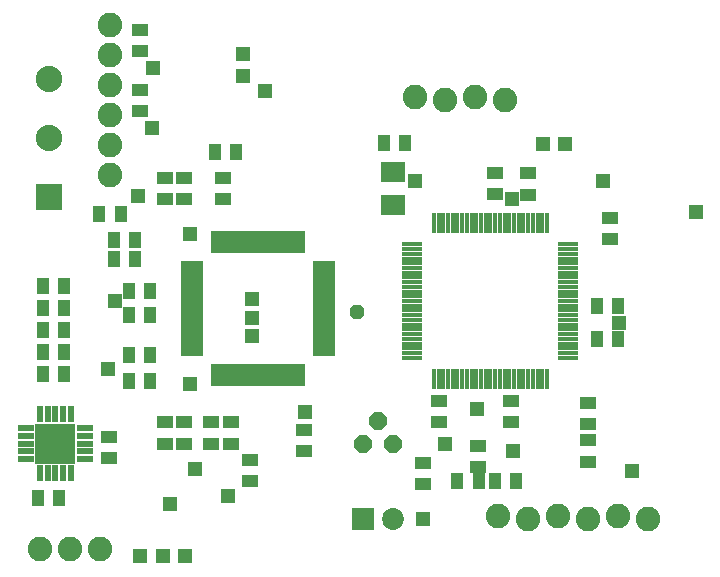
<source format=gts>
G75*
%MOIN*%
%OFA0B0*%
%FSLAX24Y24*%
%IPPOS*%
%LPD*%
%AMOC8*
5,1,8,0,0,1.08239X$1,22.5*
%
%ADD10R,0.0190X0.0740*%
%ADD11R,0.0740X0.0190*%
%ADD12R,0.0220X0.0572*%
%ADD13R,0.0572X0.0220*%
%ADD14R,0.1320X0.1320*%
%ADD15R,0.0395X0.0552*%
%ADD16R,0.0730X0.0730*%
%ADD17C,0.0730*%
%ADD18R,0.0552X0.0395*%
%ADD19C,0.0820*%
%ADD20OC8,0.0600*%
%ADD21R,0.0170X0.0660*%
%ADD22R,0.0660X0.0170*%
%ADD23R,0.0789X0.0710*%
%ADD24R,0.0880X0.0880*%
%ADD25C,0.0880*%
%ADD26R,0.0476X0.0476*%
%ADD27OC8,0.0476*%
D10*
X007290Y006950D03*
X007490Y006950D03*
X007690Y006950D03*
X007880Y006950D03*
X008080Y006950D03*
X008280Y006950D03*
X008470Y006950D03*
X008670Y006950D03*
X008870Y006950D03*
X009070Y006950D03*
X009260Y006950D03*
X009460Y006950D03*
X009660Y006950D03*
X009850Y006950D03*
X010050Y006950D03*
X010250Y006950D03*
X010250Y011370D03*
X010050Y011370D03*
X009850Y011370D03*
X009660Y011370D03*
X009460Y011370D03*
X009260Y011370D03*
X009070Y011370D03*
X008870Y011370D03*
X008670Y011370D03*
X008470Y011370D03*
X008280Y011370D03*
X008080Y011370D03*
X007880Y011370D03*
X007690Y011370D03*
X007490Y011370D03*
X007290Y011370D03*
D11*
X006560Y010640D03*
X006560Y010440D03*
X006560Y010240D03*
X006560Y010050D03*
X006560Y009850D03*
X006560Y009650D03*
X006560Y009460D03*
X006560Y009260D03*
X006560Y009060D03*
X006560Y008860D03*
X006560Y008670D03*
X006560Y008470D03*
X006560Y008270D03*
X006560Y008080D03*
X006560Y007880D03*
X006560Y007680D03*
X010980Y007680D03*
X010980Y007880D03*
X010980Y008080D03*
X010980Y008270D03*
X010980Y008470D03*
X010980Y008670D03*
X010980Y008860D03*
X010980Y009060D03*
X010980Y009260D03*
X010980Y009460D03*
X010980Y009650D03*
X010980Y009850D03*
X010980Y010050D03*
X010980Y010240D03*
X010980Y010440D03*
X010980Y010640D03*
D12*
X002530Y005651D03*
X002280Y005651D03*
X002020Y005651D03*
X001760Y005651D03*
X001510Y005651D03*
X001510Y003669D03*
X001760Y003669D03*
X002020Y003669D03*
X002280Y003669D03*
X002530Y003669D03*
D13*
X003011Y004150D03*
X003011Y004400D03*
X003011Y004660D03*
X003011Y004920D03*
X003011Y005170D03*
X001029Y005170D03*
X001029Y004920D03*
X001029Y004660D03*
X001029Y004400D03*
X001029Y004150D03*
D14*
X002020Y004660D03*
D15*
X002144Y002840D03*
X001436Y002840D03*
X004466Y006760D03*
X005174Y006760D03*
X005174Y007610D03*
X004466Y007610D03*
X004466Y008960D03*
X005174Y008960D03*
X005174Y009760D03*
X004466Y009760D03*
X004684Y010800D03*
X004684Y011440D03*
X003976Y011440D03*
X003976Y010800D03*
X004195Y012310D03*
X003486Y012310D03*
X002314Y009920D03*
X001606Y009920D03*
X001606Y009190D03*
X002314Y009190D03*
X002314Y008450D03*
X001606Y008450D03*
X001606Y007730D03*
X002314Y007730D03*
X002314Y006970D03*
X001606Y006970D03*
X007346Y014370D03*
X008054Y014370D03*
X012956Y014680D03*
X013664Y014680D03*
X020076Y009250D03*
X020784Y009250D03*
X020764Y008150D03*
X020056Y008150D03*
X017374Y003410D03*
X016666Y003410D03*
X016124Y003410D03*
X015416Y003410D03*
D16*
X012270Y002160D03*
D17*
X013270Y002160D03*
D18*
X014270Y003306D03*
X014270Y004014D03*
X014790Y005386D03*
X014790Y006094D03*
X016090Y004594D03*
X016090Y003886D03*
X017190Y005366D03*
X017190Y006074D03*
X019770Y006014D03*
X019770Y005306D03*
X019770Y004764D03*
X019770Y004056D03*
X020510Y011486D03*
X020510Y012194D03*
X017780Y012956D03*
X017780Y013664D03*
X016670Y013674D03*
X016670Y012966D03*
X007620Y012806D03*
X007620Y013514D03*
X006320Y013514D03*
X005670Y013514D03*
X005670Y012806D03*
X006320Y012806D03*
X004845Y015743D03*
X004845Y016451D03*
X004845Y017743D03*
X004845Y018451D03*
X005670Y005364D03*
X006320Y005364D03*
X007220Y005364D03*
X007860Y005364D03*
X007860Y004656D03*
X007220Y004656D03*
X006320Y004656D03*
X005670Y004656D03*
X003800Y004884D03*
X003800Y004176D03*
X008490Y004114D03*
X008490Y003406D03*
X010320Y004406D03*
X010320Y005114D03*
D19*
X001520Y001160D03*
X002520Y001160D03*
X003520Y001160D03*
X016770Y002260D03*
X017770Y002160D03*
X018770Y002260D03*
X019770Y002160D03*
X020770Y002260D03*
X021770Y002160D03*
X017020Y016110D03*
X016020Y016210D03*
X015020Y016110D03*
X014020Y016210D03*
X003845Y016597D03*
X003845Y015597D03*
X003845Y014597D03*
X003845Y013597D03*
X003845Y017597D03*
X003845Y018597D03*
D20*
X012770Y005410D03*
X013270Y004660D03*
X012270Y004660D03*
D21*
X014630Y006810D03*
X014790Y006810D03*
X014950Y006810D03*
X015100Y006810D03*
X015260Y006810D03*
X015420Y006810D03*
X015580Y006810D03*
X015730Y006810D03*
X015890Y006810D03*
X016050Y006810D03*
X016210Y006810D03*
X016360Y006810D03*
X016520Y006810D03*
X016680Y006810D03*
X016830Y006810D03*
X016990Y006810D03*
X017150Y006810D03*
X017310Y006810D03*
X017460Y006810D03*
X017620Y006810D03*
X017780Y006810D03*
X017940Y006810D03*
X018090Y006810D03*
X018250Y006810D03*
X018410Y006810D03*
X018410Y012010D03*
X018250Y012010D03*
X018090Y012010D03*
X017940Y012010D03*
X017780Y012010D03*
X017620Y012010D03*
X017460Y012010D03*
X017310Y012010D03*
X017150Y012010D03*
X016990Y012010D03*
X016830Y012010D03*
X016680Y012010D03*
X016520Y012010D03*
X016360Y012010D03*
X016210Y012010D03*
X016050Y012010D03*
X015890Y012010D03*
X015730Y012010D03*
X015580Y012010D03*
X015420Y012010D03*
X015260Y012010D03*
X015100Y012010D03*
X014950Y012010D03*
X014790Y012010D03*
X014630Y012010D03*
D22*
X013920Y011300D03*
X013920Y011140D03*
X013920Y010980D03*
X013920Y010830D03*
X013920Y010670D03*
X013920Y010510D03*
X013920Y010350D03*
X013920Y010200D03*
X013920Y010040D03*
X013920Y009880D03*
X013920Y009720D03*
X013920Y009570D03*
X013920Y009410D03*
X013920Y009250D03*
X013920Y009100D03*
X013920Y008940D03*
X013920Y008780D03*
X013920Y008620D03*
X013920Y008470D03*
X013920Y008310D03*
X013920Y008150D03*
X013920Y007990D03*
X013920Y007840D03*
X013920Y007680D03*
X013920Y007520D03*
X019120Y007520D03*
X019120Y007680D03*
X019120Y007840D03*
X019120Y007990D03*
X019120Y008150D03*
X019120Y008310D03*
X019120Y008470D03*
X019120Y008620D03*
X019120Y008780D03*
X019120Y008940D03*
X019120Y009100D03*
X019120Y009250D03*
X019120Y009410D03*
X019120Y009570D03*
X019120Y009720D03*
X019120Y009880D03*
X019120Y010040D03*
X019120Y010200D03*
X019120Y010350D03*
X019120Y010510D03*
X019120Y010670D03*
X019120Y010830D03*
X019120Y010980D03*
X019120Y011140D03*
X019120Y011300D03*
D23*
X013270Y012609D03*
X013270Y013711D03*
D24*
X001794Y012867D03*
D25*
X001794Y014835D03*
X001794Y016804D03*
D26*
X005264Y017174D03*
X005248Y015174D03*
X004770Y012910D03*
X006520Y011660D03*
X008583Y009467D03*
X008583Y008857D03*
X008583Y008247D03*
X006520Y006660D03*
X003770Y007160D03*
X004020Y009410D03*
X002024Y004652D03*
X005840Y002660D03*
X006680Y003800D03*
X007770Y002910D03*
X006340Y000910D03*
X005590Y000910D03*
X004840Y000910D03*
X010350Y005730D03*
X014270Y002160D03*
X015020Y004660D03*
X016060Y005830D03*
X017270Y004410D03*
X021248Y003731D03*
X020797Y008691D03*
X023372Y012394D03*
X020270Y013410D03*
X019020Y014660D03*
X018270Y014660D03*
X017230Y012810D03*
X014020Y013410D03*
X009020Y016410D03*
X008270Y016910D03*
X008270Y017660D03*
D27*
X012080Y009040D03*
M02*

</source>
